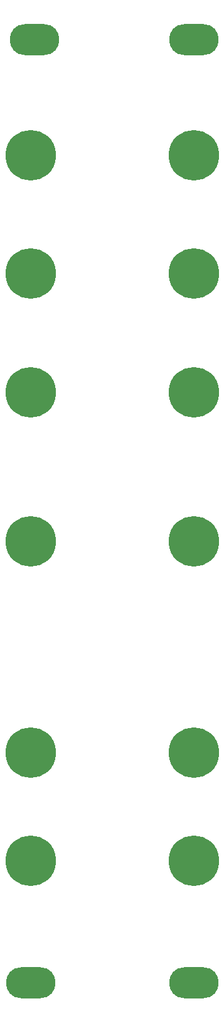
<source format=gtl>
G04 #@! TF.GenerationSoftware,KiCad,Pcbnew,(5.1.9)-1*
G04 #@! TF.CreationDate,2021-10-23T20:17:55+01:00*
G04 #@! TF.ProjectId,Snare+Hihat,536e6172-652b-4486-9968-61742e6b6963,rev?*
G04 #@! TF.SameCoordinates,Original*
G04 #@! TF.FileFunction,Copper,L1,Top*
G04 #@! TF.FilePolarity,Positive*
%FSLAX46Y46*%
G04 Gerber Fmt 4.6, Leading zero omitted, Abs format (unit mm)*
G04 Created by KiCad (PCBNEW (5.1.9)-1) date 2021-10-23 20:17:55*
%MOMM*%
%LPD*%
G01*
G04 APERTURE LIST*
G04 #@! TA.AperFunction,ComponentPad*
%ADD10O,6.700000X4.200000*%
G04 #@! TD*
G04 #@! TA.AperFunction,ViaPad*
%ADD11C,6.800000*%
G04 #@! TD*
G04 APERTURE END LIST*
D10*
X148500000Y-22500000D03*
X127000000Y-22500000D03*
X126500000Y-149500000D03*
X148500000Y-149500000D03*
D11*
X148500000Y-133000000D03*
X126500000Y-133000000D03*
X126500000Y-118500000D03*
X148500000Y-118500000D03*
X126500000Y-90000000D03*
X148500000Y-90000000D03*
X126500000Y-70000000D03*
X148500000Y-70000000D03*
X126500000Y-54000000D03*
X148500000Y-54000000D03*
X126500000Y-38000000D03*
X148500000Y-38000000D03*
M02*

</source>
